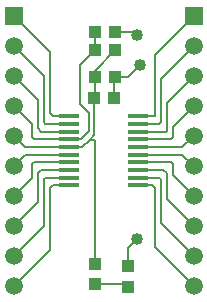
<source format=gtl>
G04 DipTrace 3.1.0.1*
G04 MSP440FR2311.gtl*
%MOIN*%
G04 #@! TF.FileFunction,Copper,L1,Top*
G04 #@! TF.Part,Single*
G04 #@! TA.AperFunction,Conductor*
%ADD13C,0.007992*%
%ADD15R,0.043307X0.03937*%
%ADD16R,0.03937X0.043307*%
G04 #@! TA.AperFunction,ComponentPad*
%ADD17R,0.059055X0.059055*%
%ADD18C,0.059055*%
%ADD19R,0.070866X0.015748*%
G04 #@! TA.AperFunction,ViaPad*
%ADD20C,0.04*%
%FSLAX26Y26*%
G04*
G70*
G90*
G75*
G01*
G04 Top*
%LPD*%
X797465Y1094000D2*
D13*
Y1164000D1*
X800929D1*
X649823Y906205D2*
X501594D1*
X464390Y869000D1*
X844000Y534000D2*
Y594000D1*
X874000Y624000D1*
X800929Y1164000D2*
X844000D1*
X884000Y1204000D1*
X800929Y1314000D2*
X864000D1*
X874000Y1304000D1*
X734000Y1164000D2*
Y1094000D1*
X730535D1*
X649823Y931795D2*
X501594D1*
X464390Y969000D1*
X649823Y931795D2*
X691795D1*
X717071Y957071D1*
X730535Y970535D1*
Y1094000D1*
X734000Y1164000D2*
Y1187071D1*
X800929Y1254000D1*
X734000Y540929D2*
Y957071D1*
X717071D1*
X649823Y957386D2*
X530614D1*
X524000Y964000D1*
Y1009390D1*
X464390Y1069000D1*
X649823Y957386D2*
X687386D1*
X714000Y984000D1*
Y1044000D1*
X684000Y1074000D1*
Y1204000D1*
X734000Y1254000D1*
Y1314000D1*
X878169Y1034157D2*
X934000D1*
Y1239390D1*
X1063610Y1369000D1*
X878169Y1008567D2*
X948567D1*
X954000Y1014000D1*
Y1159390D1*
X1063610Y1269000D1*
X878169Y982976D2*
X972976D1*
X974000Y984000D1*
Y1079390D1*
X1063610Y1169000D1*
X878169Y957386D2*
X987386D1*
X994000Y964000D1*
Y999390D1*
X1063610Y1069000D1*
X878169Y931795D2*
X1026406D1*
X1063610Y969000D1*
X878169Y906205D2*
X1026406D1*
X1063610Y869000D1*
X878169Y880614D2*
X987386D1*
X994000Y874000D1*
Y838610D1*
X1063610Y769000D1*
X878169Y855024D2*
X962976D1*
X974000Y844000D1*
Y758610D1*
X1063610Y669000D1*
X878169Y829433D2*
X948567D1*
X954000Y824000D1*
Y678610D1*
X1063610Y569000D1*
X878177Y803843D2*
X924157D1*
X934000Y794000D1*
Y598610D1*
X1063610Y469000D1*
X649823Y803843D2*
X593843D1*
X584000Y794000D1*
Y588610D1*
X464390Y469000D1*
X649823Y829433D2*
X569433D1*
X564000Y824000D1*
Y668610D1*
X464390Y569000D1*
X649823Y855024D2*
X555024D1*
X544000Y844000D1*
Y748610D1*
X464390Y669000D1*
X649823Y880614D2*
X530614D1*
X524000Y874000D1*
Y828610D1*
X464390Y769000D1*
X649823Y982976D2*
X555024D1*
X544000Y994000D1*
Y1089390D1*
X464390Y1169000D1*
X649823Y1008567D2*
X569433D1*
X564000Y1014000D1*
Y1169390D1*
X464390Y1269000D1*
X649823Y1034157D2*
X593843D1*
X584000Y1044000D1*
Y1249390D1*
X464390Y1369000D1*
X734000Y474000D2*
X837071D1*
X844000Y467071D1*
D20*
X874000Y624000D3*
X884000Y1204000D3*
X874000Y1304000D3*
D15*
X734000Y1164000D3*
X800929D3*
X730535Y1094000D3*
X797465D3*
X734000Y1254000D3*
X800929D3*
D16*
X734000Y474000D3*
Y540929D3*
D17*
X464390Y1369000D3*
D18*
Y1269000D3*
Y1169000D3*
Y1069000D3*
Y969000D3*
Y869000D3*
Y769000D3*
Y669000D3*
Y569000D3*
Y469000D3*
D17*
X1063610Y1369000D3*
D18*
Y1269000D3*
Y1169000D3*
Y1069000D3*
Y969000D3*
Y869000D3*
Y769000D3*
Y669000D3*
Y569000D3*
Y469000D3*
D15*
X734000Y1314000D3*
X800929D3*
D16*
X844000Y534000D3*
Y467071D3*
D19*
X649823Y1034157D3*
Y1008567D3*
Y982976D3*
Y957386D3*
Y931795D3*
Y906205D3*
Y880614D3*
Y855024D3*
Y829433D3*
Y803843D3*
X878177D3*
X878169Y829433D3*
Y855024D3*
Y880614D3*
Y906205D3*
Y931795D3*
Y957386D3*
Y982976D3*
Y1008567D3*
Y1034157D3*
M02*

</source>
